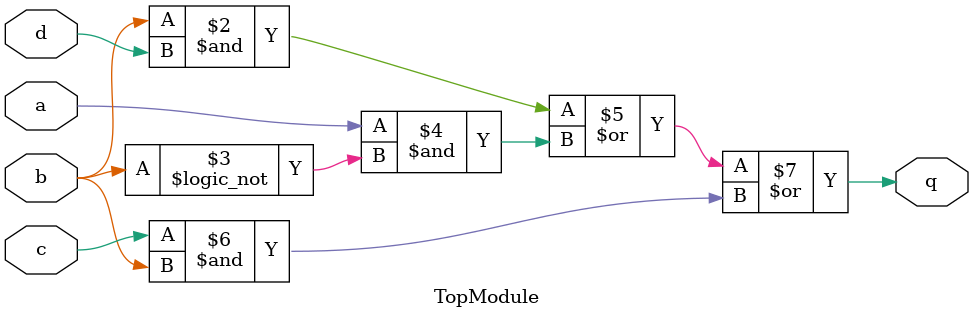
<source format=sv>
module TopModule (
    input logic a, // Single bit, logic level, LSB index 0
    input logic b, // Single bit, logic level, LSB index 0
    input logic c, // Single bit, logic level, LSB index 0
    input logic d, // Single bit, logic level, LSB index 0
    output logic q // Single bit, logic level, LSB index 0
);

    always_comb begin
        q = (b & d) | (a & !b) | (c & b);
    end

endmodule
</source>
